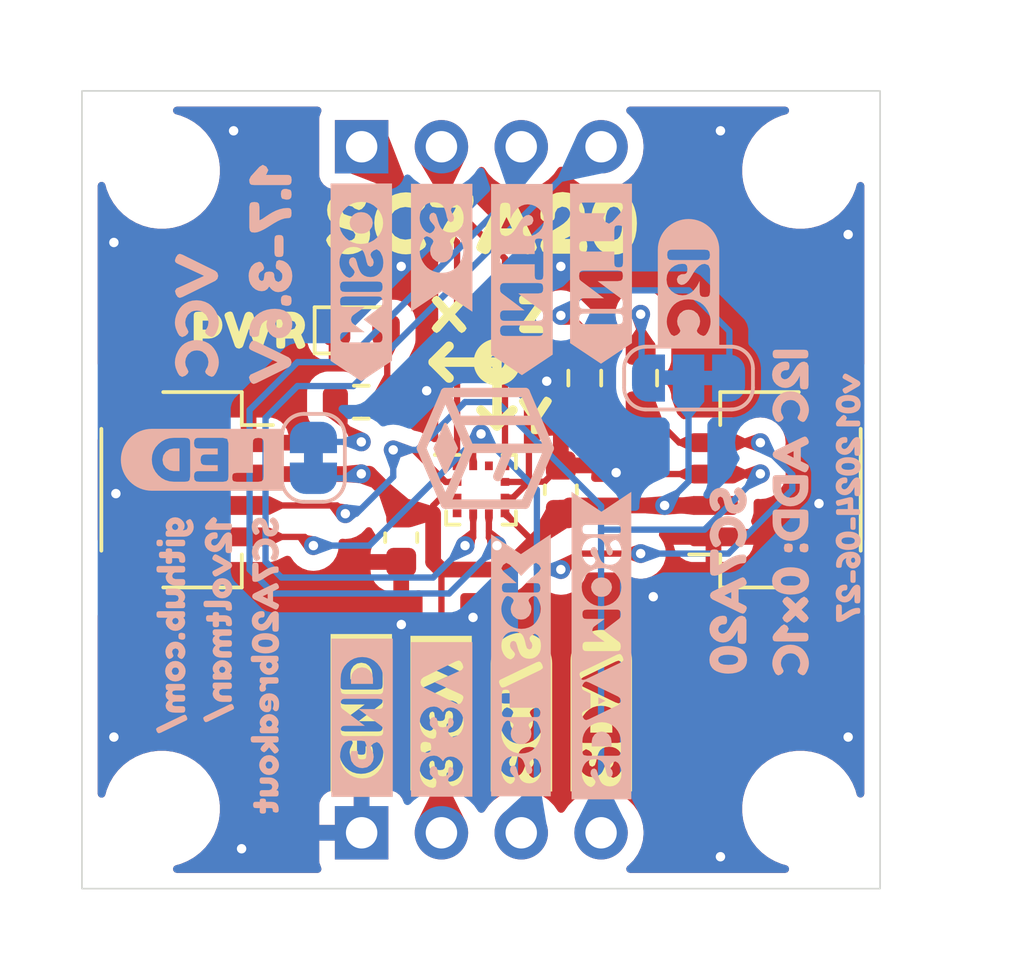
<source format=kicad_pcb>
(kicad_pcb (version 20240108) (generator "pcbnew") (generator_version "8.0")
  (layers (0 "F.Cu" signal) (31 "B.Cu" signal) (34 "B.Paste" user) (35 "F.Paste" user) (36 "B.SilkS" user "B.Silkscreen") (37 "F.SilkS" user "F.Silkscreen") (38 "B.Mask" user) (39 "F.Mask" user) (44 "Edge.Cuts" user))
  (net 0 "")
  (net 1 "VCC")
  (net 2 "GND")
  (net 3 "/SDA{slash}MOSI")
  (net 4 "/SCL{slash}SCK")
  (net 5 "/CS")
  (net 6 "/INT2")
  (net 7 "/INT1")
  (net 8 "/MISO")
  (net 9 "Net-(JP1-A)")
  (net 10 "Net-(JP1-B)")
  (net 11 "Net-(JP2-A)")
  (net 12 "Net-(D1-A)")
  (footprint "MountingHole:MountingHole_3.2mm_M3" (layer "F.Cu") (at 101.6005 86.868)
    (property "Reference" "H2" (hide yes))
    (property "Value" "MountingHole")
    (pad "" np_thru_hole circle (at 0 0) (size 3.2 3.2) (drill 3.2) (layers "*.Cu" "*.Mask"))
  )
  (footprint "Resistor_SMD:R_0603_1608Metric" (layer "F.Cu") (at 116.84 73.152 -90)
    (property "Reference" "R3" (hide yes))
    (property "Value" "10k")
    (pad "1" smd roundrect (at -0.825 0 270) (size 0.8 0.95) (layers "F.Cu" "F.Paste" "F.Mask") (net 10 "Net-(JP1-B)"))
    (pad "2" smd roundrect (at 0.825 0 270) (size 0.8 0.95) (layers "F.Cu" "F.Paste" "F.Mask") (net 4 "/SCL{slash}SCK"))
  )
  (footprint "kibuzzard-667DD6C5" (layer "F.Cu") (at 111.773584 68.223417)
    (property "Reference" "kibuzzard-667DD6C5" (hide yes))
    (property "Value" "G***" (hide yes))
  )
  (footprint "kibuzzard-667CFAB6" (layer "F.Cu") (at 107.95 83.82 90)
    (property "Reference" "kibuzzard-667CFAB6" (hide yes))
    (property "Value" "G***" (hide yes))
  )
  (footprint "kibuzzard-667D053C" (layer "F.Cu") (at 113.488848 74.339979)
    (property "Reference" "kibuzzard-667D053C" (hide yes))
    (property "Value" "G***" (hide yes))
  )
  (footprint "MountingHole:MountingHole_3.2mm_M3" (layer "F.Cu") (at 101.6005 66.548)
    (property "Reference" "H1" (hide yes))
    (property "Value" "MountingHole")
    (pad "" np_thru_hole circle (at 0 0) (size 3.2 3.2) (drill 3.2) (layers "*.Cu" "*.Mask"))
  )
  (footprint "Package_LGA:Kionix_LGA-12_2x2mm_P0.5mm_LayoutBorder2x4y" (layer "F.Cu") (at 111.7605 76.708)
    (property "Reference" "U1" (hide yes))
    (property "Value" "SC7A20")
    (pad "1" smd rect (at -0.7625 -0.75) (size 0.275 0.25) (layers "F.Cu" "F.Paste" "F.Mask") (net 8 "/MISO"))
    (pad "2" smd rect (at -0.7625 -0.25) (size 0.275 0.25) (layers "F.Cu" "F.Paste" "F.Mask") (net 3 "/SDA{slash}MOSI"))
    (pad "3" smd rect (at -0.7625 0.25) (size 0.275 0.25) (layers "F.Cu" "F.Paste" "F.Mask") (net 1 "VCC"))
    (pad "4" smd rect (at -0.7625 0.75) (size 0.275 0.25) (layers "F.Cu" "F.Paste" "F.Mask"))
    (pad "5" smd rect (at -0.25 0.7625) (size 0.25 0.275) (layers "F.Cu" "F.Paste" "F.Mask") (net 7 "/INT1"))
    (pad "6" smd rect (at 0.25 0.7625) (size 0.25 0.275) (layers "F.Cu" "F.Paste" "F.Mask") (net 6 "/INT2"))
    (pad "7" smd rect (at 0.7625 0.75) (size 0.275 0.25) (layers "F.Cu" "F.Paste" "F.Mask") (net 1 "VCC"))
    (pad "8" smd rect (at 0.7625 0.25) (size 0.275 0.25) (layers "F.Cu" "F.Paste" "F.Mask") (net 2 "GND"))
    (pad "9" smd rect (at 0.7625 -0.25) (size 0.275 0.25) (layers "F.Cu" "F.Paste" "F.Mask") (net 2 "GND"))
    (pad "10" smd rect (at 0.7625 -0.75) (size 0.275 0.25) (layers "F.Cu" "F.Paste" "F.Mask") (net 5 "/CS"))
    (pad "11" smd rect (at 0.25 -0.7625) (size 0.25 0.275) (layers "F.Cu" "F.Paste" "F.Mask"))
    (pad "12" smd rect (at -0.25 -0.7625) (size 0.25 0.275) (layers "F.Cu" "F.Paste" "F.Mask") (net 4 "/SCL{slash}SCK"))
  )
  (footprint "kibuzzard-667D04C9" (layer "F.Cu") (at 104.394 71.628)
    (property "Reference" "kibuzzard-667D04C9" (hide yes))
    (property "Value" "G***" (hide yes))
  )
  (footprint "kibuzzard-667CFB75" (layer "F.Cu") (at 115.587098 83.740489 90)
    (property "Reference" "kibuzzard-667CFB75" (hide yes))
    (property "Value" "G***" (hide yes))
  )
  (footprint "Capacitor_SMD:C_0603_1608Metric" (layer "F.Cu") (at 114.3 76.708 90)
    (property "Reference" "C1" (hide yes))
    (property "Value" "1u")
    (pad "1" smd roundrect (at -0.775 0 90) (size 0.9 0.95) (layers "F.Cu" "F.Paste" "F.Mask") (net 1 "VCC"))
    (pad "2" smd roundrect (at 0.775 0 90) (size 0.9 0.95) (layers "F.Cu" "F.Paste" "F.Mask") (net 2 "GND"))
  )
  (footprint "Capacitor_SMD:C_0603_1608Metric" (layer "F.Cu") (at 109.22 78.232 -90)
    (property "Reference" "C2" (hide yes))
    (property "Value" "1u")
    (pad "1" smd roundrect (at -0.775 0 270) (size 0.9 0.95) (layers "F.Cu" "F.Paste" "F.Mask") (net 1 "VCC"))
    (pad "2" smd roundrect (at 0.775 0 270) (size 0.9 0.95) (layers "F.Cu" "F.Paste" "F.Mask") (net 2 "GND"))
  )
  (footprint "kibuzzard-667D0532" (layer "F.Cu") (at 113.451644 71.12)
    (property "Reference" "kibuzzard-667D0532" (hide yes))
    (property "Value" "G***" (hide yes))
  )
  (footprint "Connector_PinHeader_2.54mm:PinHeader_1x04_P2.54mm_Vertical" (layer "F.Cu") (at 107.96 87.63 90)
    (property "Reference" "J4" (hide yes))
    (property "Value" "Conn_01x04")
    (pad "1" thru_hole rect (at 0 0 90) (size 1.7 1.7) (drill 1) (layers "*.Cu" "*.Mask") (net 2 "GND"))
    (pad "2" thru_hole oval (at 0 2.54 90) (size 1.7 1.7) (drill 1) (layers "*.Cu" "*.Mask") (net 1 "VCC"))
    (pad "3" thru_hole oval (at 0 5.079999 90) (size 1.7 1.7) (drill 1) (layers "*.Cu" "*.Mask") (net 4 "/SCL{slash}SCK"))
    (pad "4" thru_hole oval (at 0 7.62 90) (size 1.7 1.7) (drill 1) (layers "*.Cu" "*.Mask") (net 3 "/SDA{slash}MOSI"))
  )
  (footprint "MountingHole:MountingHole_3.2mm_M3" (layer "F.Cu") (at 121.9205 86.868)
    (property "Reference" "H3" (hide yes))
    (property "Value" "MountingHole")
    (pad "" np_thru_hole circle (at 0 0) (size 3.2 3.2) (drill 3.2) (layers "*.Cu" "*.Mask"))
  )
  (footprint "Connector_PinHeader_2.54mm:PinHeader_1x04_P2.54mm_Vertical" (layer "F.Cu") (at 107.96 65.786 90)
    (property "Reference" "J3" (hide yes))
    (property "Value" "Conn_01x04")
    (pad "1" thru_hole rect (at 0 0 90) (size 1.7 1.7) (drill 1) (layers "*.Cu" "*.Mask") (net 8 "/MISO"))
    (pad "2" thru_hole oval (at 0 2.54 90) (size 1.7 1.7) (drill 1) (layers "*.Cu" "*.Mask") (net 5 "/CS"))
    (pad "3" thru_hole oval (at 0 5.079999 90) (size 1.7 1.7) (drill 1) (layers "*.Cu" "*.Mask") (net 6 "/INT2"))
    (pad "4" thru_hole oval (at 0 7.62 90) (size 1.7 1.7) (drill 1) (layers "*.Cu" "*.Mask") (net 7 "/INT1"))
  )
  (footprint "MountingHole:MountingHole_3.2mm_M3" (layer "F.Cu") (at 121.9205 66.548)
    (property "Reference" "H4" (hide yes))
    (property "Value" "MountingHole")
    (pad "" np_thru_hole circle (at 0 0) (size 3.2 3.2) (drill 3.2) (layers "*.Cu" "*.Mask"))
  )
  (footprint "LED_SMD:LED_0603_1608Metric" (layer "F.Cu") (at 107.95 71.632)
    (property "Reference" "D1" (hide yes))
    (property "Value" "LED")
    (pad "1" smd roundrect (at -0.7875 0) (size 0.875 0.95) (layers "F.Cu" "F.Paste" "F.Mask") (net 2 "GND"))
    (pad "2" smd roundrect (at 0.7875 0) (size 0.875 0.95) (layers "F.Cu" "F.Paste" "F.Mask") (net 12 "Net-(D1-A)"))
  )
  (footprint "kibuzzard-667D0544" (layer "F.Cu") (at 110.744 71.12)
    (property "Reference" "kibuzzard-667D0544" (hide yes))
    (property "Value" "G***" (hide yes))
  )
  (footprint "Connector_JST:JST_SH_SM04B-SRSS-TB_1x04-1MP_P1.00mm_Horizontal" (layer "F.Cu") (at 121.158 76.708 90)
    (property "Reference" "J2" (hide yes))
    (property "Value" "Qwiic_I2C_connector")
    (pad "1" smd roundrect (at -1.5 -2 90) (size 0.6 1.55) (layers "F.Cu" "F.Paste" "F.Mask") (net 2 "GND"))
    (pad "2" smd roundrect (at -0.5 -2 90) (size 0.6 1.55) (layers "F.Cu" "F.Paste" "F.Mask") (net 1 "VCC"))
    (pad "3" smd roundrect (at 0.5 -2 90) (size 0.6 1.55) (layers "F.Cu" "F.Paste" "F.Mask") (net 3 "/SDA{slash}MOSI"))
    (pad "4" smd roundrect (at 1.5 -2 90) (size 0.6 1.55) (layers "F.Cu" "F.Paste" "F.Mask") (net 4 "/SCL{slash}SCK"))
    (pad "MP" smd roundrect (at -2.8 1.875 90) (size 1.2 1.8) (layers "F.Cu" "F.Paste" "F.Mask") (roundrect_rratio 0.208333) (net 2 "GND"))
    (pad "MP" smd roundrect (at 2.8 1.875 90) (size 1.2 1.8) (layers "F.Cu" "F.Paste" "F.Mask") (roundrect_rratio 0.208333) (net 2 "GND"))
  )
  (footprint "Resistor_SMD:R_0603_1608Metric" (layer "F.Cu") (at 107.95 73.918)
    (property "Reference" "R1" (hide yes))
    (property "Value" "1k")
    (pad "1" smd roundrect (at -0.825 0) (size 0.8 0.95) (layers "F.Cu" "F.Paste" "F.Mask") (net 11 "Net-(JP2-A)"))
    (pad "2" smd roundrect (at 0.825 0) (size 0.8 0.95) (layers "F.Cu" "F.Paste" "F.Mask") (net 12 "Net-(D1-A)"))
  )
  (footprint "Resistor_SMD:R_0603_1608Metric" (layer "F.Cu") (at 115.062 73.152 -90)
    (property "Reference" "R2" (hide yes))
    (property "Value" "10k")
    (pad "1" smd roundrect (at -0.825 0 270) (size 0.8 0.95) (layers "F.Cu" "F.Paste" "F.Mask") (net 9 "Net-(JP1-A)"))
    (pad "2" smd roundrect (at 0.825 0 270) (size 0.8 0.95) (layers "F.Cu" "F.Paste" "F.Mask") (net 3 "/SDA{slash}MOSI"))
  )
  (footprint "kibuzzard-667CFBC3" (layer "F.Cu") (at 113.046446 83.787107 90)
    (property "Reference" "kibuzzard-667CFBC3" (hide yes))
    (property "Value" "G***" (hide yes))
  )
  (footprint "kibuzzard-667CFB53" (layer "F.Cu") (at 110.49 83.82 90)
    (property "Reference" "kibuzzard-667CFB53" (hide yes))
    (property "Value" "G***" (hide yes))
  )
  (footprint "Connector_JST:JST_SH_SM04B-SRSS-TB_1x04-1MP_P1.00mm_Horizontal" (layer "F.Cu") (at 102.362 76.708 -90)
    (property "Reference" "J1" (hide yes))
    (property "Value" "Qwiic_I2C_connector")
    (pad "1" smd roundrect (at -1.5 -2 270) (size 0.6 1.55) (layers "F.Cu" "F.Paste" "F.Mask") (net 2 "GND"))
    (pad "2" smd roundrect (at -0.5 -2 270) (size 0.6 1.55) (layers "F.Cu" "F.Paste" "F.Mask") (net 1 "VCC"))
    (pad "3" smd roundrect (at 0.5 -2 270) (size 0.6 1.55) (layers "F.Cu" "F.Paste" "F.Mask") (net 3 "/SDA{slash}MOSI"))
    (pad "4" smd roundrect (at 1.5 -2 270) (size 0.6 1.55) (layers "F.Cu" "F.Paste" "F.Mask") (net 4 "/SCL{slash}SCK"))
    (pad "MP" smd roundrect (at -2.8 1.875 270) (size 1.2 1.8) (layers "F.Cu" "F.Paste" "F.Mask") (roundrect_rratio 0.208333) (net 2 "GND"))
    (pad "MP" smd roundrect (at 2.8 1.875 270) (size 1.2 1.8) (layers "F.Cu" "F.Paste" "F.Mask") (roundrect_rratio 0.208333) (net 2 "GND"))
  )
  (footprint "kibuzzard-667CFD49" (layer "B.Cu") (at 115.57791 69.828505 90)
    (property "Reference" "kibuzzard-667CFD49" (hide yes))
    (property "Value" "G***" (hide yes))
  )
  (footprint "kibuzzard-667DDCB5" (layer "B.Cu") (at 103.378 82.296 -90)
    (property "Reference" "kibuzzard-667DDCB5" (hide yes))
    (property "Value" "G***" (hide yes))
  )
  (footprint "kibuzzard-667DE68B" (layer "B.Cu") (at 123.444 76.962 -90)
    (property "Reference" "kibuzzard-667DE68B" (hide yes))
    (property "Value" "G***" (hide yes))
  )
  (footprint "kibuzzard-667CFAB6" (layer "B.Cu") (at 107.973692 83.966983 90)
    (property "Reference" "kibuzzard-667CFAB6" (hide yes))
    (property "Value" "G***" (hide yes))
  )
  (footprint "kibuzzard-667DFE26" (layer "B.Cu") (at 118.364 70.104 -90)
    (property "Reference" "kibuzzard-667DFE26" (hide yes))
    (property "Value" "G***" (hide yes))
  )
  (footprint "kibuzzard-667DE64B" (layer "B.Cu") (at 103.886 69.85 -90)
    (property "Reference" "kibuzzard-667DE64B" (hide yes))
    (property "Value" "G***" (hide yes))
  )
  (footprint "kibuzzard-667CFEC2" (layer "B.Cu") (at 102.87 75.753319 180)
    (property "Reference" "kibuzzard-667CFEC2" (hide yes))
    (property "Value" "G***" (hide yes))
  )
  (footprint "kibuzzard-667CFD1C" (layer "B.Cu") (at 107.95 70.104 90)
    (property "Reference" "kibuzzard-667CFD1C" (hide yes))
    (property "Value" "G***" (hide yes))
  )
  (footprint "Jumper:SolderJumper-2_P1.3mm_Bridged_RoundedPad1.0x1.5mm" (layer "B.Cu") (at 106.426 75.692 -90)
    (property "Reference" "JP2" (hide yes))
    (property "Value" "SolderJumper_2_Bridged")
    (fp_poly (pts (xy 0.25 0.3) (xy -0.25 0.3) (xy -0.25 -0.3) (xy 0.25 -0.3)) (fill solid) (layer "B.Cu"))
    (pad "1" smd custom (at -0.649999 0 270) (size 1 0.5) (layers "B.Cu" "B.Mask") (net 11 "Net-(JP2-A)") (options (clearance outline) (anchor rect)) (primitives (gr_circle (center 0 -0.25) (end 0.5 -0.25) (width 0) (fill yes)) (gr_circle (center 0 0.25) (end 0.5 0.25) (width 0) (fill yes)) (gr_poly (pts (xy 0.5 -0.75) (xy 0 -0.75) (xy 0 0.75) (xy 0.5 0.75)) (width 0) (fill yes))))
    (pad "2" smd custom (at 0.649999 0 270) (size 1 0.5) (layers "B.Cu" "B.Mask") (net 1 "VCC") (options (clearance outline) (anchor rect)) (primitives (gr_circle (center 0 -0.25) (end 0.5 -0.25) (width 0) (fill yes)) (gr_circle (center 0 0.25) (end 0.5 0.25) (width 0) (fill yes)) (gr_poly (pts (xy 0 -0.75) (xy -0.5 -0.75) (xy -0.5 0.75) (xy 0 0.75)) (width 0) (fill yes))))
  )
  (footprint "kibuzzard-667CFD41" (layer "B.Cu") (at 113.060567 70.014975 90)
    (property "Reference" "kibuzzard-667CFD41" (hide yes))
    (property "Value" "G***" (hide yes))
  )
  (footprint "kibuzzard-667CFD0E" (layer "B.Cu") (at 110.508516 69.002777 90)
    (property "Reference" "kibuzzard-667CFD0E" (hide yes))
    (property "Value" "G***" (hide yes))
  )
  (footprint "kibuzzard-667CFB53" (layer "B.Cu") (at 110.508516 84.019427 90)
    (property "Reference" "kibuzzard-667CFB53" (hide yes))
    (property "Value" "G***" (hide yes))
  )
  (footprint "kibuzzard-667DFE33" (layer "B.Cu") (at 120.614313 77.434313 -90)
    (property "Reference" "kibuzzard-667DFE33" (hide yes))
    (property "Value" "G***" (hide yes))
  )
  (footprint "maxfootprints:SolderJumper-3_P1.3mm_Bridged123_RoundedPad1.0x1.5mm" (layer "B.Cu") (at 118.364 73.152 180)
    (property "Reference" "JP1" (hide yes))
    (property "Value" "SolderJumper_3_Bridged123")
    (fp_poly (pts (xy 0.385084 0.243605) (xy 0.885084 0.243604) (xy 0.883354 -0.216052) (xy 0.383354 -0.216052)) (fill solid) (layer "B.Cu"))
    (fp_poly (pts (xy -0.882726 0.234199) (xy -0.382726 0.234199) (xy -0.384456 -0.225457) (xy -0.884456 -0.225457)) (fill solid) (layer "B.Cu"))
    (pad "1" smd custom (at -1.3 0 180) (size 1 0.5) (layers "B.Cu" "B.Mask") (net 9 "Net-(JP1-A)") (options (clearance outline) (anchor rect)) (primitives (gr_circle (center 0 -0.25) (end 0.5 -0.25) (width 0) (fill yes)) (gr_circle (center 0 0.25) (end 0.5 0.25) (width 0) (fill yes)) (gr_poly (pts (xy 0.55 -0.75) (xy 0 -0.75) (xy 0 0.75) (xy 0.55 0.75)) (width 0) (fill yes))))
    (pad "2" smd rect (at 0 0 180) (size 1 1.5) (layers "B.Cu" "B.Mask") (net 1 "VCC"))
    (pad "3" smd custom (at 1.3 0 180) (size 1 0.5) (layers "B.Cu" "B.Mask") (net 10 "Net-(JP1-B)") (options (clearance outline) (anchor rect)) (primitives (gr_circle (center 0 -0.25) (end 0.5 -0.25) (width 0) (fill yes)) (gr_circle (center 0 0.25) (end 0.5 0.25) (width 0) (fill yes)) (gr_poly (pts (xy 0 -0.75) (xy -0.55 -0.75) (xy -0.55 0.75) (xy 0 0.75)) (width 0) (fill yes))))
  )
  (footprint "kibuzzard-667CFC83" (layer "B.Cu") (at 115.591794 81.669712 90)
    (property "Reference" "kibuzzard-667CFC83" (hide yes))
    (property "Value" "G***" (hide yes))
  )
  (footprint "kibuzzard-667CFC6D" (layer "B.Cu") (at 113.03 82.296 90)
    (property "Reference" "kibuzzard-667CFC6D" (hide yes))
    (property "Value" "G***" (hide yes))
  )
  (gr_line (start 111.388384 75.388408) (end 110.626384 73.610409) (stroke (width 0.3)) (layer "B.SilkS"))
  (gr_poly (pts (xy 110.295334 75.390855) (xy 110.626384 76.150408) (xy 110.976387 75.390855) (xy 110.625093 74.626408)) (stroke (width 0.1)) (fill solid) (layer "B.SilkS"))
  (gr_line (start 113.928384 75.388408) (end 111.388384 75.388408) (stroke (width 0.3)) (layer "B.SilkS"))
  (gr_line (start 113.166384 73.610409) (end 110.626384 73.610409) (stroke (width 0.3)) (layer "B.SilkS"))
  (gr_line (start 110.626384 77.166407) (end 111.388384 75.388408) (stroke (width 0.3)) (layer "B.SilkS"))
  (gr_line (start 113.547384 74.499408) (end 111.007384 74.499408) (stroke (width 0.3)) (layer "B.SilkS"))
  (gr_line (start 113.166384 77.166407) (end 110.626384 77.166407) (stroke (width 0.3)) (layer "B.SilkS"))
  (gr_line (start 109.864384 75.388408) (end 110.626384 73.610409) (stroke (width 0.3)) (layer "B.SilkS"))
  (gr_line (start 112.29431 76.286624) (end 112.658383 75.388408) (stroke (width 0.3)) (layer "B.SilkS"))
  (gr_line (start 110.626384 77.166407) (end 109.864384 75.388408) (stroke (width 0.3)) (layer "B.SilkS"))
  (gr_line (start 113.928384 75.388408) (end 113.166384 73.610409) (stroke (width 0.3)) (layer "B.SilkS"))
  (gr_line (start 113.166384 77.166407) (end 113.928384 75.388408) (stroke (width 0.3)) (layer "B.SilkS"))
  (gr_circle (center 112.268 72.644) (end 112.212624 72.408082) (stroke (width 0.5)) (fill none) (layer "F.SilkS"))
  (gr_line (start 110.236001 72.643999) (end 110.744002 73.151998) (stroke (width 0.3)) (layer "F.SilkS"))
  (gr_line (start 112.268 74.675998) (end 112.776001 74.167998) (stroke (width 0.3)) (layer "F.SilkS"))
  (gr_line (start 112.268 72.644) (end 112.268 74.675998) (stroke (width 0.3)) (layer "F.SilkS"))
  (gr_line (start 110.236001 72.643999) (end 110.744002 72.135998) (stroke (width 0.3)) (layer "F.SilkS"))
  (gr_line (start 112.268 74.675998) (end 111.760002 74.167998) (stroke (width 0.3)) (layer "F.SilkS"))
  (gr_line (start 112.268 72.644) (end 110.236001 72.643999) (stroke (width 0.3)) (layer "F.SilkS"))
  (gr_rect (start 99.06 64.008) (end 124.46 89.408) (stroke (width 0.05)) (fill none) (layer "Edge.Cuts"))
  (segment (start 117.602 77.208) (end 117.348 77.208) (width 0.2) (layer "F.Cu") (net 1))
  (segment (start 112.566661 79.248) (end 110.5 79.248) (width 0.5) (layer "F.Cu") (net 1))
  (segment (start 114.3 77.514661) (end 112.566661 79.248) (width 0.5) (layer "F.Cu") (net 1))
  (segment (start 110.48 79.248) (end 110.5 79.248) (width 0.2) (layer "F.Cu") (net 1))
  (segment (start 110.5 79.248) (end 110.5 87.63) (width 0.2) (layer "F.Cu") (net 1))
  (segment (start 114.575 77.208) (end 114.3 77.483) (width 0.5) (layer "F.Cu") (net 1))
  (segment (start 109.22 77.457) (end 110.223 77.457) (width 0.5) (layer "F.Cu") (net 1))
  (segment (start 114.3 77.483) (end 114.3 77.514661) (width 0.5) (layer "F.Cu") (net 1))
  (segment (start 110.236 77.47) (end 110.236 79.004) (width 0.5) (layer "F.Cu") (net 1))
  (segment (start 108.196 76.2) (end 109.22 77.224) (width 0.5) (layer "F.Cu") (net 1))
  (segment (start 117.348 77.208) (end 114.575 77.208) (width 0.5) (layer "F.Cu") (net 1))
  (segment (start 110.998 76.958) (end 110.494 76.958) (width 0.2) (layer "F.Cu") (net 1))
  (segment (start 110.236 79.004) (end 110.48 79.248) (width 0.5) (layer "F.Cu") (net 1))
  (segment (start 110.494 76.958) (end 110.236 77.216) (width 0.2) (layer "F.Cu") (net 1))
  (segment (start 110.236 77.47) (end 110.236 77.216) (width 0.2) (layer "F.Cu") (net 1))
  (segment (start 107.95 76.2) (end 108.196 76.2) (width 0.5) (layer "F.Cu") (net 1))
  (segment (start 107.942 76.208) (end 107.95 76.2) (width 0.5) (layer "F.Cu") (net 1))
  (segment (start 110.223 77.457) (end 110.236 77.47) (width 0.2) (layer "F.Cu") (net 1))
  (segment (start 112.523 77.458) (end 113.424 78.359) (width 0.2) (layer "F.Cu") (net 1))
  (segment (start 109.233 77.47) (end 109.22 77.457) (width 0.2) (layer "F.Cu") (net 1))
  (segment (start 104.362 76.208) (end 107.942 76.208) (width 0.5) (layer "F.Cu") (net 1))
  (segment (start 109.22 77.224) (end 109.22 77.457) (width 0.2) (layer "F.Cu") (net 1))
  (segment (start 113.424 78.359) (end 114.3 77.483) (width 0.2) (layer "F.Cu") (net 1))
  (segment (start 119.158 77.208) (end 117.602 77.208) (width 0.5) (layer "F.Cu") (net 1))
  (via (at 117.602 77.208) (size 0.6) (drill 0.3) (layers "F.Cu" "B.Cu") (net 1))
  (via (at 107.95 76.2) (size 0.6) (drill 0.3) (layers "F.Cu" "B.Cu") (net 1))
  (segment (start 107.95 76.2) (end 107.808001 76.341999) (width 0.2) (layer "B.Cu") (net 1))
  (segment (start 107.808001 76.341999) (end 106.426 76.341999) (width 0.2) (layer "B.Cu") (net 1))
  (segment (start 118.364 73.152) (end 118.364 76.446) (width 0.2) (layer "B.Cu") (net 1))
  (segment (start 118.364 76.446) (end 117.602 77.208) (width 0.2) (layer "B.Cu") (net 1))
  (segment (start 113.28275 76.45275) (end 113.2775 76.458) (width 0.2) (layer "F.Cu") (net 2))
  (segment (start 112.523 76.458) (end 113.2775 76.458) (width 0.2) (layer "F.Cu") (net 2))
  (segment (start 114.3 75.933) (end 113.7815 76.4515) (width 0.2) (layer "F.Cu") (net 2))
  (segment (start 112.7775 76.958) (end 113.2775 76.458) (width 0.2) (layer "F.Cu") (net 2))
  (segment (start 113.284 76.4515) (end 113.284 74.93) (width 0.2) (layer "F.Cu") (net 2))
  (segment (start 112.523 76.958) (end 112.7775 76.958) (width 0.2) (layer "F.Cu") (net 2))
  (segment (start 113.28275 76.45275) (end 113.284 76.4515) (width 0.2) (layer "F.Cu") (net 2))
  (segment (start 113.7815 76.4515) (end 113.284 76.4515) (width 0.2) (layer "F.Cu") (net 2))
  (via (at 111.506 80.772) (size 0.6) (drill 0.3) (layers "F.Cu" "B.Cu") (net 2))
  (via (at 110.03033 73.554889) (size 0.6) (drill 0.3) (layers "F.Cu" "B.Cu") (net 2))
  (via (at 100.139613 76.830581) (size 0.6) (drill 0.3) (layers "F.Cu" "B.Cu") (net 2))
  (via (at 109.22 69.596) (size 0.6) (drill 0.3) (layers "F.Cu" "B.Cu") (net 2))
  (via (at 122.515315 77.147218) (size 0.6) (drill 0.3) (layers "F.Cu" "B.Cu") (net 2))
  (via (at 103.886 65.278) (size 0.6) (drill 0.3) (layers "F.Cu" "B.Cu") (net 2))
  (via (at 119.38 88.392) (size 0.6) (drill 0.3) (layers "F.Cu" "B.Cu") (net 2))
  (via (at 113.850923 73.251119) (size 0.6) (drill 0.3) (layers "F.Cu" "B.Cu") (net 2))
  (via (at 117.242018 80.113145) (size 0.6) (drill 0.3) (layers "F.Cu" "B.Cu") (net 2))
  (via (at 104.14 88.138) (size 0.6) (drill 0.3) (layers "F.Cu" "B.Cu") (net 2))
  (via (at 100.076 68.834) (size 0.6) (drill 0.3) (layers "F.Cu" "B.Cu") (net 2))
  (via (at 123.444 68.58) (size 0.6) (drill 0.3) (layers "F.Cu" "B.Cu") (net 2))
  (via (at 123.444 84.582) (size 0.6) (drill 0.3) (layers "F.Cu" "B.Cu") (net 2))
  (via (at 109.223814 80.998876) (size 0.6) (drill 0.3) (layers "F.Cu" "B.Cu") (net 2))
  (via (at 100.076 84.582) (size 0.6) (drill 0.3) (layers "F.Cu" "B.Cu") (net 2))
  (via (at 119.38 65.278) (size 0.6) (drill 0.3) (layers "F.Cu" "B.Cu") (net 2))
  (via (at 114.3 69.596) (size 0.6) (drill 0.3) (layers "F.Cu" "B.Cu") (net 2))
  (via (at 116.060461 76.162314) (size 0.6) (drill 0.3) (layers "F.Cu" "B.Cu") (net 2))
  (segment (start 110.6355 76.458) (end 110.998 76.458) (width 0.2) (layer "F.Cu") (net 3))
  (segment (start 119.166 76.2) (end 119.158 76.208) (width 0.2) (layer "F.Cu") (net 3))
  (segment (start 109.6155 75.438) (end 110.6355 76.458) (width 0.2) (layer "F.Cu") (net 3))
  (segment (start 117.61 76.208) (end 115.379 73.977) (width 0.2) (layer "F.Cu") (net 3))
  (segment (start 107.18 77.208) (end 107.442 77.47) (width 0.2) (layer "F.Cu") (net 3))
  (segment (start 119.158 76.208) (end 117.61 76.208) (width 0.2) (layer "F.Cu") (net 3))
  (segment (start 120.65 76.2) (end 119.166 76.2) (width 0.2) (layer "F.Cu") (net 3))
  (segment (start 108.966 75.438) (end 109.6155 75.438) (width 0.2) (layer "F.Cu") (net 3))
  (segment (start 115.379 73.977) (end 114.808 73.977) (width 0.2) (layer "F.Cu") (net 3))
  (segment (start 104.362 77.208) (end 107.18 77.208) (width 0.2) (layer "F.Cu") (net 3))
  (via (at 108.966 75.438) (size 0.6) (drill 0.3) (layers "F.Cu" "B.Cu") (net 3))
  (via (at 107.442 77.47) (size 0.6) (drill 0.3) (layers "F.Cu" "B.Cu") (net 3))
  (via (at 120.65 76.2) (size 0.6) (drill 0.3) (layers "F.Cu" "B.Cu") (net 3))
  (segment (start 115.58 77.978) (end 118.872 77.978) (width 0.2) (layer "B.Cu") (net 3))
  (segment (start 115.58 87.63) (end 115.58 77.978) (width 0.2) (layer "B.Cu") (net 3))
  (segment (start 108.966 75.438) (end 108.966 76.294529) (width 0.2) (layer "B.Cu") (net 3))
  (segment (start 109.728 75.438) (end 111.252 73.914) (width 0.2) (layer "B.Cu") (net 3))
  (segment (start 111.252 73.914) (end 112.268 73.914) (width 0.2) (layer "B.Cu") (net 3))
  (segment (start 112.268 73.914) (end 115.58 77.226) (width 0.2) (layer "B.Cu") (net 3))
  (segment (start 118.872 77.978) (end 120.65 76.2) (width 0.2) (layer "B.Cu") (net 3))
  (segment (start 108.966 75.438) (end 109.728 75.438) (width 0.2) (layer "B.Cu") (net 3))
  (segment (start 108.966 76.294529) (end 107.790529 77.47) (width 0.2) (layer "B.Cu") (net 3))
  (segment (start 115.58 77.226) (end 115.58 77.978) (width 0.2) (layer "B.Cu") (net 3))
  (segment (start 107.790529 77.47) (end 107.442 77.47) (width 0.2) (layer "B.Cu") (net 3))
  (segment (start 106.148 78.208) (end 106.426 78.486) (width 0.2) (layer "F.Cu") (net 4))
  (segment (start 114.3 79.248) (end 114.808 78.74) (width 0.2) (layer "F.Cu") (net 4))
  (segment (start 120.65 75.208) (end 119.158 75.208) (width 0.2) (layer "F.Cu") (net 4))
  (segment (start 119.158 75.208) (end 118.071 75.208) (width 0.2) (layer "F.Cu") (net 4))
  (segment (start 111.5105 75.9455) (end 111.5105 75.1795) (width 0.2) (layer "F.Cu") (net 4))
  (segment (start 111.5105 75.1795) (end 111.76 74.93) (width 0.2) (layer "F.Cu") (net 4))
  (segment (start 118.071 75.208) (end 116.84 73.977) (width 0.2) (layer "F.Cu") (net 4))
  (segment (start 104.362 78.208) (end 106.148 78.208) (width 0.2) (layer "F.Cu") (net 4))
  (segment (start 114.808 78.74) (end 116.84 78.74) (width 0.2) (layer "F.Cu") (net 4))
  (via (at 116.84 78.74) (size 0.6) (drill 0.3) (layers "F.Cu" "B.Cu") (net 4))
  (via (at 106.426 78.486) (size 0.6) (drill 0.3) (layers "F.Cu" "B.Cu") (net 4))
  (via (at 114.3 79.248) (size 0.6) (drill 0.3) (layers "F.Cu" "B.Cu") (net 4))
  (via (at 120.65 75.208) (size 0.6) (drill 0.3) (layers "F.Cu" "B.Cu") (net 4))
  (via (at 111.76 74.93) (size 0.6) (drill 0.3) (layers "F.Cu" "B.Cu") (net 4))
  (segment (start 113.538 87.131999) (end 113.538 78.74) (width 0.2) (layer "B.Cu") (net 4))
  (segment (start 108.204 78.486) (end 111.76 74.93) (width 0.2) (layer "B.Cu") (net 4))
  (segment (start 119.634 78.74) (end 121.666 76.708) (width 0.2) (layer "B.Cu") (net 4))
  (segment (start 113.538 76.708) (end 111.76 74.93) (width 0.2) (layer "B.Cu") (net 4))
  (segment (start 113.538 78.74) (end 113.538 76.708) (width 0.2) (layer "B.Cu") (net 4))
  (segment (start 113.538 79.248) (end 114.3 79.248) (width 0.2) (layer "B.Cu") (net 4))
  (segment (start 113.039999 87.63) (end 113.538 87.131999) (width 0.2) (layer "B.Cu") (net 4))
  (segment (start 106.426 78.486) (end 108.204 78.486) (width 0.2) (layer "B.Cu") (net 4))
  (segment (start 113.538 78.74) (end 113.538 79.248) (width 0.2) (layer "B.Cu") (net 4))
  (segment (start 116.84 78.74) (end 119.634 78.74) (width 0.2) (layer "B.Cu") (net 4))
  (segment (start 121.666 76.708) (end 121.666 76.224) (width 0.2) (layer "B.Cu") (net 4))
  (segment (start 121.666 76.224) (end 120.65 75.208) (width 0.2) (layer "B.Cu") (net 4))
  (segment (start 112.523 75.958) (end 112.523 69.343) (width 0.2) (layer "F.Cu") (net 5))
  (segment (start 110.49 65.796) (end 110.5 65.786) (width 0.2) (layer "F.Cu") (net 5))
  (segment (start 112.523 69.343) (end 110.49 67.31) (width 0.2) (layer "F.Cu") (net 5))
  (segment (start 110.49 67.31) (end 110.49 65.796) (width 0.2) (layer "F.Cu") (net 5))
  (segment (start 112.0105 78.2285) (end 112.268 78.486) (width 0.2) (layer "F.Cu") (net 6))
  (segment (start 112.0105 77.4705) (end 112.0105 78.2285) (width 0.2) (layer "F.Cu") (net 6))
  (via (at 112.268 78.486) (size 0.6) (drill 0.3) (layers "F.Cu" "B.Cu") (net 6))
  (segment (start 104.394 74.168) (end 105.918 72.644) (width 0.2) (layer "B.Cu") (net 6))
  (segment (start 105.918 72.644) (end 107.442 72.644) (width 0.2) (layer "B.Cu") (net 6))
  (segment (start 113.039999 67.046001) (end 113.039999 65.786) (width 0.2) (layer "B.Cu") (net 6))
  (segment (start 104.394 79.248) (end 104.394 74.168) (width 0.2) (layer "B.Cu") (net 6))
  (segment (start 107.442 72.644) (end 113.039999 67.046001) (width 0.2) (layer "B.Cu") (net 6))
  (segment (start 105.156 80.01) (end 104.394 79.248) (width 0.2) (layer "B.Cu") (net 6))
  (segment (start 110.744 80.01) (end 105.156 80.01) (width 0.2) (layer "B.Cu") (net 6))
  (segment (start 112.268 78.486) (end 110.744 80.01) (width 0.2) (layer "B.Cu") (net 6))
  (segment (start 111.5105 77.4705) (end 111.5105 78.2275) (width 0.2) (layer "F.Cu") (net 7))
  (segment (start 111.5105 78.2275) (end 111.252 78.486) (width 0.2) (layer "F.Cu") (net 7))
  (via (at 111.252 78.486) (size 0.6) (drill 0.3) (layers "F.Cu" "B.Cu") (net 7))
  (segment (start 115.316 65.786) (end 115.58 65.786) (width 0.2) (layer "B.Cu") (net 7))
  (segment (start 110.236 79.502) (end 105.41 79.502) (width 0.2) (layer "B.Cu") (net 7))
  (segment (start 107.696 73.406) (end 115.316 65.786) (width 0.2) (layer "B.Cu") (net 7))
  (segment (start 105.918 73.406) (end 107.696 73.406) (width 0.2) (layer "B.Cu") (net 7))
  (segment (start 111.252 78.486) (end 110.236 79.502) (width 0.2) (layer "B.Cu") (net 7))
  (segment (start 104.902 74.422) (end 105.918 73.406) (width 0.2) (layer "B.Cu") (net 7))
  (segment (start 104.902 78.994) (end 104.902 74.422) (width 0.2) (layer "B.Cu") (net 7))
  (segment (start 105.41 79.502) (end 104.902 78.994) (width 0.2) (layer "B.Cu") (net 7))
  (segment (start 110.998 68.824) (end 107.96 65.786) (width 0.2) (layer "F.Cu") (net 8))
  (segment (start 110.998 75.958) (end 110.998 68.824) (width 0.2) (layer "F.Cu") (net 8))
  (segment (start 114.592003 71.158003) (end 115.062 71.628) (width 0.2) (layer "F.Cu") (net 9))
  (segment (start 115.062 71.628) (end 115.062 72.327) (width 0.2) (layer "F.Cu") (net 9))
  (segment (start 114.3 71.158003) (end 114.592003 71.158003) (width 0.2) (layer "F.Cu") (net 9))
  (via (at 114.3 71.158003) (size 0.6) (drill 0.3) (layers "F.Cu" "B.Cu") (net 9))
  (segment (start 115.100003 70.358) (end 118.364 70.358) (width 0.2) (layer "B.Cu") (net 9))
  (segment (start 118.364 70.358) (end 119.664 71.658) (width 0.2) (layer "B.Cu") (net 9))
  (segment (start 114.3 71.158003) (end 115.100003 70.358) (width 0.2) (layer "B.Cu") (net 9))
  (segment (start 119.664 71.658) (end 119.664 73.152) (width 0.2) (layer "B.Cu") (net 9))
  (segment (start 116.84 72.327) (end 116.84 71.12) (width 0.2) (layer "F.Cu") (net 10))
  (via (at 116.84 71.12) (size 0.6) (drill 0.3) (layers "F.Cu" "B.Cu") (net 10))
  (segment (start 116.869999 73.406) (end 116.869999 71.15) (width 0.2) (layer "B.Cu") (net 10))
  (segment (start 116.869999 71.15) (end 116.84 71.12) (width 0.2) (layer "B.Cu") (net 10))
  (segment (start 107.125 74.359) (end 107.95 75.184) (width 0.2) (layer "F.Cu") (net 11))
  (segment (start 107.125 73.918) (end 107.125 74.359) (width 0.2) (layer "F.Cu") (net 11))
  (via (at 107.95 75.184) (size 0.6) (drill 0.3) (layers "F.Cu" "B.Cu") (net 11))
  (segment (start 107.95 75.184) (end 106.567999 75.184) (width 0.2) (layer "B.Cu") (net 11))
  (segment (start 106.567999 75.184) (end 106.426 75.042001) (width 0.2) (layer "B.Cu") (net 11))
  (segment (start 108.775 71.6695) (end 108.7375 71.632) (width 0.2) (layer "F.Cu") (net 12))
  (segment (start 108.775 73.918) (end 108.775 71.6695) (width 0.2) (layer "F.Cu") (net 12))
  (zone (net 0) (net_name "") (layer "F.Cu") (connect_pads (clearance 0)) (min_thickness 0.25)
    (keepout (tracks allowed) (vias allowed) (pads allowed) (copperpour not_allowed) (footprints allowed))
    (fill (thermal_gap 0.5) (thermal_bridge_width 0.5))
    (polygon (pts (xy 113.03 76.454) (xy 113.538 76.454) (xy 113.538 77.216) (xy 113.03 77.216)))
  )
  (zone (net 2) (net_name "GND") (layers "F&B.Cu") (connect_pads (clearance 0.5)) (min_thickness 0.25) (fill yes (thermal_gap 0.5) (thermal_bridge_width 0.5))
    (polygon (pts (xy 99.06 64.008) (xy 124.46 64.008) (xy 124.46 89.408) (xy 99.06 89.408)))
  )
)
</source>
